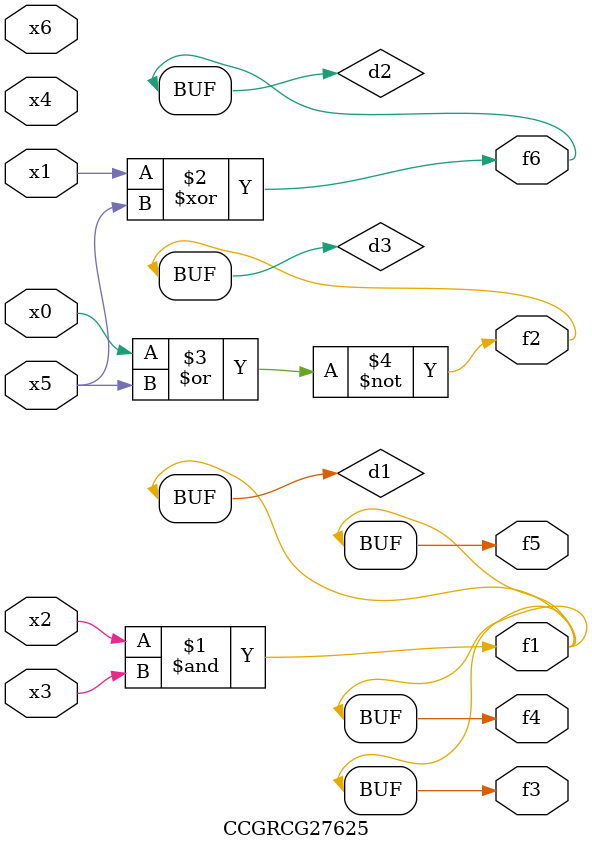
<source format=v>
module CCGRCG27625(
	input x0, x1, x2, x3, x4, x5, x6,
	output f1, f2, f3, f4, f5, f6
);

	wire d1, d2, d3;

	and (d1, x2, x3);
	xor (d2, x1, x5);
	nor (d3, x0, x5);
	assign f1 = d1;
	assign f2 = d3;
	assign f3 = d1;
	assign f4 = d1;
	assign f5 = d1;
	assign f6 = d2;
endmodule

</source>
